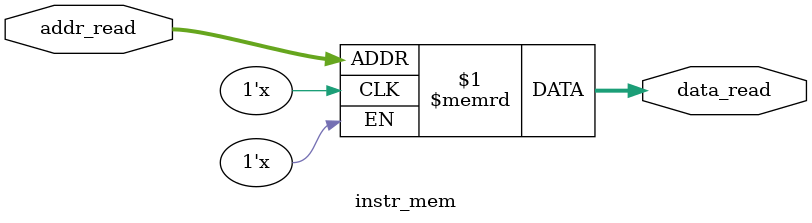
<source format=sv>

module instr_mem(
        input logic [7:0] addr_read,
        output logic [31:0] data_read
    );

// 256 x 32-bit instruction memory (addressed by PC[7:0])
logic [31:0] mem_instr [0:2**8-1]; 

assign data_read = mem_instr[addr_read];
 
endmodule

</source>
